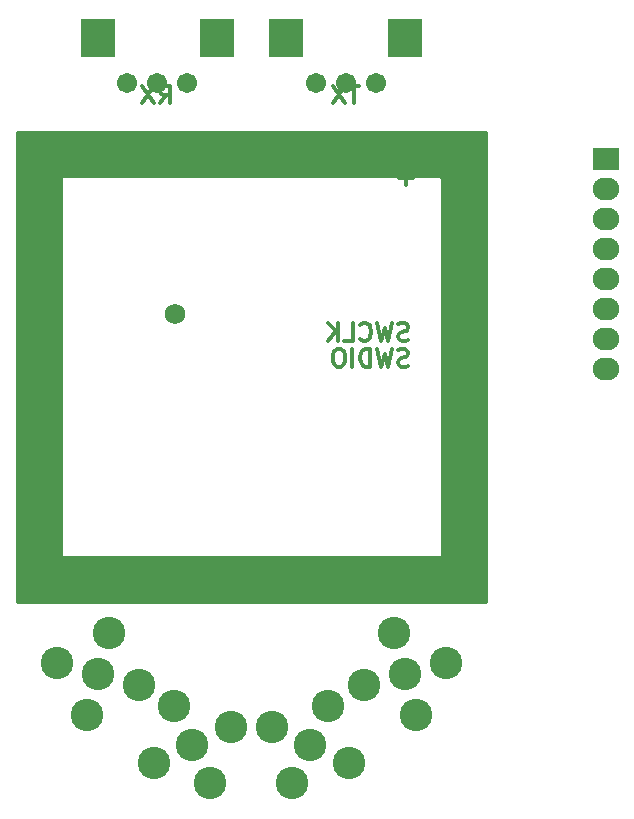
<source format=gbs>
G04 #@! TF.FileFunction,Soldermask,Bot*
%FSLAX46Y46*%
G04 Gerber Fmt 4.6, Leading zero omitted, Abs format (unit mm)*
G04 Created by KiCad (PCBNEW (2016-04-26 BZR 6712)-product) date Friday, 13 May 2016 'amt' 09:44:12*
%MOMM*%
%LPD*%
G01*
G04 APERTURE LIST*
%ADD10C,0.100000*%
%ADD11C,0.300000*%
%ADD12R,2.235200X1.930400*%
%ADD13O,2.235200X1.930400*%
%ADD14C,3.403200*%
%ADD15C,2.743200*%
%ADD16C,1.703200*%
%ADD17R,3.003200X3.203200*%
%ADD18C,1.727200*%
%ADD19C,0.254000*%
G04 APERTURE END LIST*
D10*
D11*
X169142857Y-90178571D02*
X168285714Y-90178571D01*
X168714285Y-91678571D02*
X168714285Y-90178571D01*
X167928571Y-90178571D02*
X166928571Y-91678571D01*
X166928571Y-90178571D02*
X167928571Y-91678571D01*
X152250000Y-91678571D02*
X152750000Y-90964285D01*
X153107142Y-91678571D02*
X153107142Y-90178571D01*
X152535714Y-90178571D01*
X152392857Y-90250000D01*
X152321428Y-90321428D01*
X152250000Y-90464285D01*
X152250000Y-90678571D01*
X152321428Y-90821428D01*
X152392857Y-90892857D01*
X152535714Y-90964285D01*
X153107142Y-90964285D01*
X151750000Y-90178571D02*
X150750000Y-91678571D01*
X150750000Y-90178571D02*
X151750000Y-91678571D01*
X173278571Y-113907142D02*
X173064285Y-113978571D01*
X172707142Y-113978571D01*
X172564285Y-113907142D01*
X172492857Y-113835714D01*
X172421428Y-113692857D01*
X172421428Y-113550000D01*
X172492857Y-113407142D01*
X172564285Y-113335714D01*
X172707142Y-113264285D01*
X172992857Y-113192857D01*
X173135714Y-113121428D01*
X173207142Y-113050000D01*
X173278571Y-112907142D01*
X173278571Y-112764285D01*
X173207142Y-112621428D01*
X173135714Y-112550000D01*
X172992857Y-112478571D01*
X172635714Y-112478571D01*
X172421428Y-112550000D01*
X171921428Y-112478571D02*
X171564285Y-113978571D01*
X171278571Y-112907142D01*
X170992857Y-113978571D01*
X170635714Y-112478571D01*
X170064285Y-113978571D02*
X170064285Y-112478571D01*
X169707142Y-112478571D01*
X169492857Y-112550000D01*
X169350000Y-112692857D01*
X169278571Y-112835714D01*
X169207142Y-113121428D01*
X169207142Y-113335714D01*
X169278571Y-113621428D01*
X169350000Y-113764285D01*
X169492857Y-113907142D01*
X169707142Y-113978571D01*
X170064285Y-113978571D01*
X168564285Y-113978571D02*
X168564285Y-112478571D01*
X167564285Y-112478571D02*
X167278571Y-112478571D01*
X167135714Y-112550000D01*
X166992857Y-112692857D01*
X166921428Y-112978571D01*
X166921428Y-113478571D01*
X166992857Y-113764285D01*
X167135714Y-113907142D01*
X167278571Y-113978571D01*
X167564285Y-113978571D01*
X167707142Y-113907142D01*
X167850000Y-113764285D01*
X167921428Y-113478571D01*
X167921428Y-112978571D01*
X167850000Y-112692857D01*
X167707142Y-112550000D01*
X167564285Y-112478571D01*
X173292857Y-111707142D02*
X173078571Y-111778571D01*
X172721428Y-111778571D01*
X172578571Y-111707142D01*
X172507142Y-111635714D01*
X172435714Y-111492857D01*
X172435714Y-111350000D01*
X172507142Y-111207142D01*
X172578571Y-111135714D01*
X172721428Y-111064285D01*
X173007142Y-110992857D01*
X173150000Y-110921428D01*
X173221428Y-110850000D01*
X173292857Y-110707142D01*
X173292857Y-110564285D01*
X173221428Y-110421428D01*
X173150000Y-110350000D01*
X173007142Y-110278571D01*
X172650000Y-110278571D01*
X172435714Y-110350000D01*
X171935714Y-110278571D02*
X171578571Y-111778571D01*
X171292857Y-110707142D01*
X171007142Y-111778571D01*
X170650000Y-110278571D01*
X169221428Y-111635714D02*
X169292857Y-111707142D01*
X169507142Y-111778571D01*
X169650000Y-111778571D01*
X169864285Y-111707142D01*
X170007142Y-111564285D01*
X170078571Y-111421428D01*
X170150000Y-111135714D01*
X170150000Y-110921428D01*
X170078571Y-110635714D01*
X170007142Y-110492857D01*
X169864285Y-110350000D01*
X169650000Y-110278571D01*
X169507142Y-110278571D01*
X169292857Y-110350000D01*
X169221428Y-110421428D01*
X167864285Y-111778571D02*
X168578571Y-111778571D01*
X168578571Y-110278571D01*
X167364285Y-111778571D02*
X167364285Y-110278571D01*
X166507142Y-111778571D02*
X167150000Y-110921428D01*
X166507142Y-110278571D02*
X167364285Y-111135714D01*
X173107142Y-97428571D02*
X173107142Y-98571428D01*
X173678571Y-98000000D02*
X172535714Y-98000000D01*
X173107142Y-94828571D02*
X173107142Y-95971428D01*
D12*
X190000000Y-96380000D03*
D13*
X190000000Y-98920000D03*
X190000000Y-101460000D03*
X190000000Y-104000000D03*
X190000000Y-106540000D03*
X190000000Y-109080000D03*
X190000000Y-111620000D03*
X190000000Y-114160000D03*
D14*
X178000000Y-96000000D03*
X178000000Y-132000000D03*
X142000000Y-132000000D03*
X142000000Y-96000000D03*
D15*
X147000000Y-140000000D03*
X150469705Y-140929705D03*
X146070295Y-143469705D03*
X143530295Y-139070295D03*
X147929705Y-136530295D03*
X155000000Y-146000000D03*
X158255550Y-144481912D03*
X156518088Y-149255550D03*
X151744450Y-147518088D03*
X153481912Y-142744450D03*
X165000000Y-146000000D03*
X166518088Y-142744450D03*
X168255550Y-147518088D03*
X163481912Y-149255550D03*
X161744450Y-144481912D03*
X173000000Y-140000000D03*
X172070295Y-136530295D03*
X176469705Y-139070295D03*
X173929705Y-143469705D03*
X169530295Y-140929705D03*
D16*
X152040000Y-90000000D03*
X149500000Y-90000000D03*
X154580000Y-90000000D03*
D17*
X157090000Y-86170000D03*
X146990000Y-86170000D03*
D16*
X168000000Y-90000000D03*
X165460000Y-90000000D03*
X170540000Y-90000000D03*
D17*
X173050000Y-86170000D03*
X162950000Y-86170000D03*
D18*
X153500000Y-109500000D03*
D19*
G36*
X179873000Y-133873000D02*
X140127000Y-133873000D01*
X140127000Y-98000000D01*
X143873000Y-98000000D01*
X143873000Y-130000000D01*
X143882667Y-130048601D01*
X143910197Y-130089803D01*
X143951399Y-130117333D01*
X144000000Y-130127000D01*
X176000000Y-130127000D01*
X176048601Y-130117333D01*
X176089803Y-130089803D01*
X176117333Y-130048601D01*
X176127000Y-130000000D01*
X176127000Y-98000000D01*
X176117333Y-97951399D01*
X176089803Y-97910197D01*
X176048601Y-97882667D01*
X176000000Y-97873000D01*
X144000000Y-97873000D01*
X143951399Y-97882667D01*
X143910197Y-97910197D01*
X143882667Y-97951399D01*
X143873000Y-98000000D01*
X140127000Y-98000000D01*
X140127000Y-94127000D01*
X179873000Y-94127000D01*
X179873000Y-133873000D01*
X179873000Y-133873000D01*
G37*
X179873000Y-133873000D02*
X140127000Y-133873000D01*
X140127000Y-98000000D01*
X143873000Y-98000000D01*
X143873000Y-130000000D01*
X143882667Y-130048601D01*
X143910197Y-130089803D01*
X143951399Y-130117333D01*
X144000000Y-130127000D01*
X176000000Y-130127000D01*
X176048601Y-130117333D01*
X176089803Y-130089803D01*
X176117333Y-130048601D01*
X176127000Y-130000000D01*
X176127000Y-98000000D01*
X176117333Y-97951399D01*
X176089803Y-97910197D01*
X176048601Y-97882667D01*
X176000000Y-97873000D01*
X144000000Y-97873000D01*
X143951399Y-97882667D01*
X143910197Y-97910197D01*
X143882667Y-97951399D01*
X143873000Y-98000000D01*
X140127000Y-98000000D01*
X140127000Y-94127000D01*
X179873000Y-94127000D01*
X179873000Y-133873000D01*
M02*

</source>
